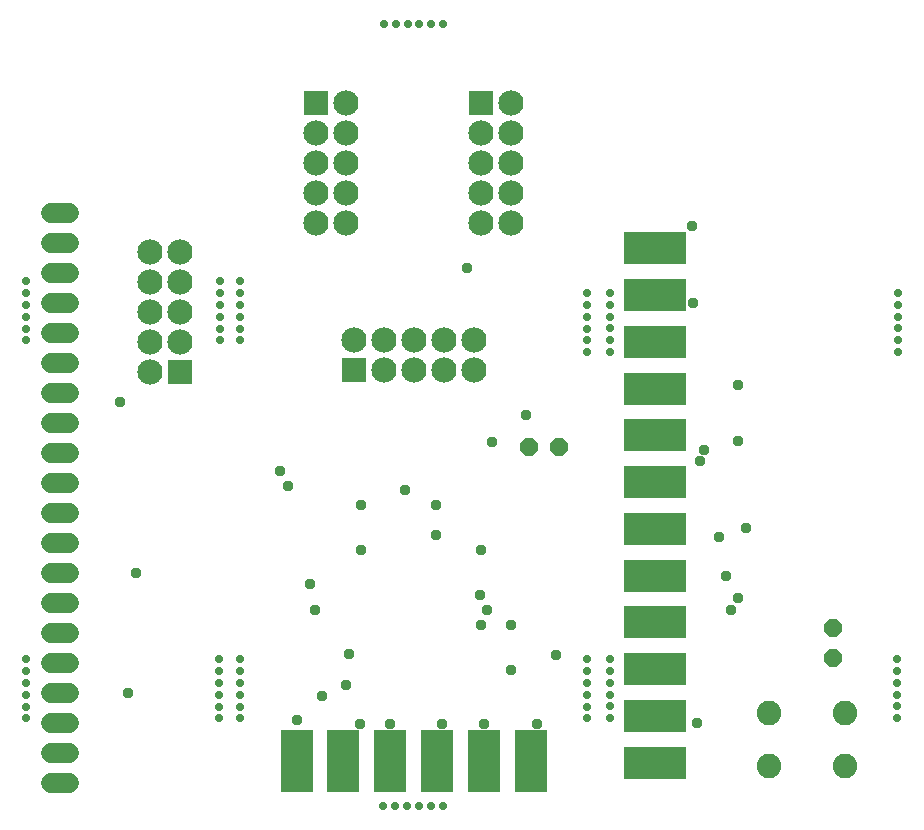
<source format=gts>
G04 EAGLE Gerber RS-274X export*
G75*
%MOMM*%
%FSLAX34Y34*%
%LPD*%
%INTop Solder Mask*%
%IPPOS*%
%AMOC8*
5,1,8,0,0,1.08239X$1,22.5*%
G01*
%ADD10C,0.703200*%
%ADD11C,1.727200*%
%ADD12R,2.133600X2.133600*%
%ADD13C,2.133600*%
%ADD14R,5.283200X2.743200*%
%ADD15C,2.082800*%
%ADD16P,1.649562X8X112.500000*%
%ADD17R,2.743200X5.283200*%
%ADD18P,1.649562X8X202.500000*%
%ADD19C,0.959600*%


D10*
X48000Y475000D03*
X48000Y485000D03*
X48000Y465000D03*
X48000Y455000D03*
X48000Y495000D03*
X48000Y445000D03*
X212000Y475000D03*
X212000Y485000D03*
X212000Y465000D03*
X212000Y455000D03*
X212000Y495000D03*
X212000Y445000D03*
X229000Y475000D03*
X229000Y485000D03*
X229000Y465000D03*
X229000Y455000D03*
X229000Y495000D03*
X229000Y445000D03*
X523000Y465000D03*
X523000Y475000D03*
X523000Y455000D03*
X523000Y445000D03*
X523000Y485000D03*
X523000Y435000D03*
X785200Y145100D03*
X785200Y135100D03*
X785200Y155100D03*
X785200Y165100D03*
X785200Y125100D03*
X785200Y175100D03*
X542200Y145100D03*
X542200Y135100D03*
X542200Y155100D03*
X542200Y165100D03*
X542200Y125100D03*
X542200Y175100D03*
X542200Y455100D03*
X542200Y445100D03*
X542200Y465100D03*
X542200Y475100D03*
X542200Y435100D03*
X542200Y485100D03*
X48000Y155000D03*
X48000Y165000D03*
X48000Y145000D03*
X48000Y135000D03*
X48000Y175000D03*
X48000Y125000D03*
X211000Y155000D03*
X211000Y165000D03*
X211000Y145000D03*
X211000Y135000D03*
X211000Y175000D03*
X211000Y125000D03*
X229000Y155000D03*
X229000Y165000D03*
X229000Y145000D03*
X229000Y135000D03*
X229000Y175000D03*
X229000Y125000D03*
X523000Y155000D03*
X523000Y165000D03*
X523000Y145000D03*
X523000Y135000D03*
X523000Y175000D03*
X523000Y125000D03*
X786200Y455100D03*
X786200Y445100D03*
X786200Y465100D03*
X786200Y475100D03*
X786200Y435100D03*
X786200Y485100D03*
X371000Y713000D03*
X361000Y713000D03*
X381000Y713000D03*
X391000Y713000D03*
X351000Y713000D03*
X401000Y713000D03*
X370500Y50700D03*
X360500Y50700D03*
X380500Y50700D03*
X390500Y50700D03*
X350500Y50700D03*
X400500Y50700D03*
D11*
X84020Y70520D02*
X68780Y70520D01*
X68780Y95920D02*
X84020Y95920D01*
X84020Y121320D02*
X68780Y121320D01*
X68780Y146720D02*
X84020Y146720D01*
X84020Y172120D02*
X68780Y172120D01*
X68780Y197520D02*
X84020Y197520D01*
X84020Y222920D02*
X68780Y222920D01*
X68780Y248320D02*
X84020Y248320D01*
X84020Y273720D02*
X68780Y273720D01*
X68780Y299120D02*
X84020Y299120D01*
X84020Y324520D02*
X68780Y324520D01*
X68780Y349920D02*
X84020Y349920D01*
X84020Y375320D02*
X68780Y375320D01*
X68780Y400720D02*
X84020Y400720D01*
X84020Y426120D02*
X68780Y426120D01*
X68780Y451520D02*
X84020Y451520D01*
X84020Y476920D02*
X68780Y476920D01*
X68780Y502320D02*
X84020Y502320D01*
X84020Y527720D02*
X68780Y527720D01*
X68780Y553120D02*
X84020Y553120D01*
D12*
X178000Y418500D03*
D13*
X152600Y418500D03*
X178000Y443900D03*
X152600Y443900D03*
X178000Y469300D03*
X152600Y469300D03*
X178000Y494700D03*
X152600Y494700D03*
X178000Y520100D03*
X152600Y520100D03*
D14*
X580260Y523000D03*
X580260Y483400D03*
X580260Y443800D03*
X580260Y404200D03*
X580260Y364600D03*
X580260Y325000D03*
X580260Y285400D03*
X580260Y245800D03*
X580260Y206200D03*
X580260Y166600D03*
X580260Y127000D03*
X580260Y87400D03*
D15*
X741682Y84474D03*
X676658Y84474D03*
X741682Y129686D03*
X676658Y129686D03*
D16*
X730760Y175660D03*
X730760Y201060D03*
D17*
X277050Y88760D03*
X316650Y88760D03*
X356250Y88760D03*
X395850Y88760D03*
X435450Y88760D03*
X475050Y88760D03*
D12*
X293500Y645660D03*
D13*
X318900Y645660D03*
X293500Y620260D03*
X318900Y620260D03*
X293500Y594860D03*
X318900Y594860D03*
X293500Y569460D03*
X318900Y569460D03*
X293500Y544060D03*
X318900Y544060D03*
D12*
X433200Y645660D03*
D13*
X458600Y645660D03*
X433200Y620260D03*
X458600Y620260D03*
X433200Y594860D03*
X458600Y594860D03*
X433200Y569460D03*
X458600Y569460D03*
X433200Y544060D03*
X458600Y544060D03*
D12*
X325250Y419600D03*
D13*
X325250Y445000D03*
X350650Y419600D03*
X350650Y445000D03*
X376050Y419600D03*
X376050Y445000D03*
X401450Y419600D03*
X401450Y445000D03*
X426850Y419600D03*
X426850Y445000D03*
D18*
X499240Y354830D03*
X473840Y354830D03*
D19*
X134580Y146720D03*
X141170Y248320D03*
X127200Y393100D03*
X611380Y541420D03*
X634240Y278530D03*
X640590Y245510D03*
X612650Y476650D03*
X621540Y352190D03*
X644400Y216300D03*
X618519Y342819D03*
X650750Y226460D03*
X650750Y359810D03*
X657316Y286150D03*
X650750Y406800D03*
X616200Y120650D03*
X480190Y119880D03*
X318900Y152900D03*
X298580Y144010D03*
X496700Y178300D03*
X269370Y321810D03*
X262992Y334510D03*
X433200Y267200D03*
X331600Y267200D03*
X331600Y305300D03*
X395100Y305300D03*
X442372Y358640D03*
X421262Y505960D03*
X471300Y381500D03*
X330330Y119880D03*
X437998Y216400D03*
X395100Y279900D03*
X368430Y318000D03*
X355730Y119880D03*
X277050Y123750D03*
X400180Y120540D03*
X458600Y203700D03*
X433200Y203700D03*
X321440Y179570D03*
X292230Y216400D03*
X458600Y165600D03*
X435740Y119880D03*
X431930Y229100D03*
X287981Y238821D03*
M02*

</source>
